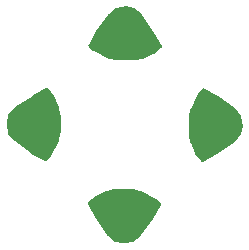
<source format=gbs>
G04 #@! TF.GenerationSoftware,KiCad,Pcbnew,5.1.2-1.fc30*
G04 #@! TF.CreationDate,2019-06-18T23:23:49+02:00*
G04 #@! TF.ProjectId,bricopixels,62726963-6f70-4697-9865-6c732e6b6963,1*
G04 #@! TF.SameCoordinates,Original*
G04 #@! TF.FileFunction,Soldermask,Bot*
G04 #@! TF.FilePolarity,Negative*
%FSLAX46Y46*%
G04 Gerber Fmt 4.6, Leading zero omitted, Abs format (unit mm)*
G04 Created by KiCad (PCBNEW 5.1.2-1.fc30) date 2019-06-18 23:23:49*
%MOMM*%
%LPD*%
G04 APERTURE LIST*
%ADD10C,0.100000*%
G04 APERTURE END LIST*
D10*
G36*
X72448979Y-38253104D02*
G01*
X72457547Y-38253952D01*
X72468695Y-38255614D01*
X73096596Y-38381195D01*
X73111279Y-38385163D01*
X73122231Y-38388921D01*
X73136248Y-38394800D01*
X74399790Y-39026571D01*
X74409561Y-39032071D01*
X74415152Y-39035590D01*
X74429850Y-39046585D01*
X74431677Y-39048197D01*
X74436866Y-39053070D01*
X74814336Y-39430540D01*
X74821859Y-39438841D01*
X74825345Y-39443089D01*
X74828774Y-39448221D01*
X74834356Y-39456574D01*
X74834359Y-39456579D01*
X74837787Y-39461710D01*
X74838925Y-39463838D01*
X74847492Y-39484522D01*
X74848195Y-39486836D01*
X74852564Y-39508803D01*
X74852801Y-39511205D01*
X74852801Y-39533595D01*
X74852564Y-39535997D01*
X74848195Y-39557964D01*
X74847119Y-39561510D01*
X74840676Y-39578011D01*
X74839818Y-39579788D01*
X74836828Y-39585553D01*
X74203615Y-40725338D01*
X74200046Y-40731325D01*
X74197190Y-40735799D01*
X74193264Y-40741559D01*
X73180845Y-42133635D01*
X73171074Y-42145340D01*
X73163037Y-42153754D01*
X73151776Y-42164068D01*
X72522433Y-42667543D01*
X72513360Y-42674098D01*
X72508734Y-42677106D01*
X72488874Y-42687405D01*
X72485460Y-42688770D01*
X72468399Y-42694084D01*
X72466428Y-42694532D01*
X72459827Y-42695831D01*
X71702689Y-42822021D01*
X71691528Y-42823322D01*
X71685580Y-42823720D01*
X71664917Y-42823232D01*
X71660786Y-42822758D01*
X71651371Y-42821279D01*
X71021933Y-42695391D01*
X71011048Y-42692652D01*
X71007060Y-42691438D01*
X71002408Y-42689389D01*
X71000097Y-42688685D01*
X70988931Y-42683766D01*
X70986853Y-42682537D01*
X70982198Y-42680486D01*
X70974318Y-42675824D01*
X70961133Y-42666716D01*
X70331950Y-42163369D01*
X70323550Y-42155945D01*
X70318662Y-42151177D01*
X70307064Y-42137977D01*
X70305989Y-42136546D01*
X70302273Y-42131296D01*
X69287964Y-40609834D01*
X69285463Y-40605912D01*
X69283615Y-40602882D01*
X69281309Y-40598921D01*
X68648395Y-39459676D01*
X68643449Y-39449642D01*
X68641255Y-39444579D01*
X68634411Y-39423269D01*
X68633901Y-39420908D01*
X68631346Y-39398663D01*
X68631306Y-39396232D01*
X68633138Y-39373936D01*
X68633573Y-39371545D01*
X68639721Y-39350026D01*
X68640614Y-39347768D01*
X68650843Y-39327859D01*
X68651913Y-39326201D01*
X68655521Y-39321723D01*
X68655993Y-39320991D01*
X68662756Y-39312597D01*
X68663371Y-39311980D01*
X68666977Y-39307504D01*
X68671742Y-39302722D01*
X68681295Y-39294155D01*
X69310265Y-38790979D01*
X69322916Y-38782188D01*
X69332982Y-38776156D01*
X69346711Y-38769141D01*
X70228852Y-38391081D01*
X70239966Y-38386986D01*
X70248607Y-38384302D01*
X70260106Y-38381374D01*
X70888905Y-38255614D01*
X70900053Y-38253952D01*
X70908621Y-38253104D01*
X70919884Y-38252548D01*
X72437716Y-38252548D01*
X72448979Y-38253104D01*
X72448979Y-38253104D01*
G37*
G36*
X78499597Y-29693836D02*
G01*
X78521564Y-29698205D01*
X78525110Y-29699281D01*
X78541611Y-29705724D01*
X78543388Y-29706582D01*
X78549153Y-29709572D01*
X79688938Y-30342785D01*
X79694925Y-30346354D01*
X79699399Y-30349210D01*
X79705159Y-30353136D01*
X81097235Y-31365555D01*
X81108940Y-31375326D01*
X81117354Y-31383363D01*
X81127668Y-31394624D01*
X81631143Y-32023967D01*
X81637698Y-32033040D01*
X81640706Y-32037666D01*
X81651005Y-32057526D01*
X81652370Y-32060940D01*
X81657684Y-32078001D01*
X81658132Y-32079972D01*
X81659431Y-32086573D01*
X81785621Y-32843711D01*
X81786922Y-32854872D01*
X81787320Y-32860820D01*
X81786832Y-32881483D01*
X81786358Y-32885614D01*
X81784879Y-32895029D01*
X81658991Y-33524467D01*
X81656252Y-33535352D01*
X81655038Y-33539340D01*
X81652989Y-33543992D01*
X81652285Y-33546303D01*
X81647366Y-33557469D01*
X81646137Y-33559547D01*
X81644086Y-33564202D01*
X81639424Y-33572082D01*
X81630316Y-33585267D01*
X81126969Y-34214450D01*
X81119545Y-34222850D01*
X81114777Y-34227738D01*
X81101577Y-34239336D01*
X81100146Y-34240411D01*
X81094896Y-34244127D01*
X79573434Y-35258436D01*
X79569512Y-35260937D01*
X79566482Y-35262785D01*
X79562521Y-35265091D01*
X78423276Y-35898005D01*
X78413242Y-35902951D01*
X78408179Y-35905145D01*
X78386869Y-35911989D01*
X78384508Y-35912499D01*
X78362263Y-35915054D01*
X78359832Y-35915094D01*
X78337536Y-35913262D01*
X78335145Y-35912827D01*
X78313626Y-35906679D01*
X78311368Y-35905786D01*
X78291459Y-35895557D01*
X78289801Y-35894487D01*
X78285323Y-35890879D01*
X78284591Y-35890407D01*
X78276197Y-35883644D01*
X78275580Y-35883029D01*
X78271104Y-35879423D01*
X78266322Y-35874658D01*
X78257755Y-35865105D01*
X77754579Y-35236135D01*
X77745788Y-35223484D01*
X77739756Y-35213418D01*
X77732741Y-35199689D01*
X77354681Y-34317548D01*
X77350586Y-34306434D01*
X77347902Y-34297793D01*
X77344974Y-34286294D01*
X77219214Y-33657495D01*
X77217552Y-33646347D01*
X77216704Y-33637779D01*
X77216148Y-33626516D01*
X77216148Y-32108684D01*
X77216704Y-32097421D01*
X77217552Y-32088853D01*
X77219214Y-32077705D01*
X77344795Y-31449804D01*
X77348763Y-31435121D01*
X77352521Y-31424169D01*
X77358400Y-31410152D01*
X77990171Y-30146610D01*
X77995671Y-30136839D01*
X77999190Y-30131248D01*
X78010185Y-30116550D01*
X78011797Y-30114723D01*
X78016670Y-30109534D01*
X78394140Y-29732064D01*
X78402441Y-29724541D01*
X78406689Y-29721055D01*
X78412364Y-29717263D01*
X78420174Y-29712044D01*
X78420179Y-29712041D01*
X78425310Y-29708613D01*
X78427438Y-29707475D01*
X78448122Y-29698908D01*
X78450436Y-29698205D01*
X78472403Y-29693836D01*
X78474805Y-29693599D01*
X78497195Y-29693599D01*
X78499597Y-29693836D01*
X78499597Y-29693836D01*
G37*
G36*
X65223264Y-29644138D02*
G01*
X65225655Y-29644573D01*
X65247174Y-29650721D01*
X65249432Y-29651614D01*
X65269341Y-29661843D01*
X65270999Y-29662913D01*
X65275477Y-29666521D01*
X65276209Y-29666993D01*
X65284603Y-29673756D01*
X65285220Y-29674371D01*
X65289696Y-29677977D01*
X65294478Y-29682742D01*
X65303045Y-29692295D01*
X65806221Y-30321265D01*
X65815012Y-30333916D01*
X65821044Y-30343982D01*
X65828059Y-30357711D01*
X66206119Y-31239852D01*
X66210214Y-31250966D01*
X66212898Y-31259607D01*
X66215826Y-31271106D01*
X66341586Y-31899905D01*
X66343248Y-31911053D01*
X66344096Y-31919621D01*
X66344652Y-31930884D01*
X66344652Y-33448716D01*
X66344096Y-33459979D01*
X66343248Y-33468547D01*
X66341586Y-33479695D01*
X66216005Y-34107596D01*
X66212037Y-34122279D01*
X66208279Y-34133231D01*
X66202400Y-34147248D01*
X65570629Y-35410790D01*
X65565129Y-35420561D01*
X65561610Y-35426152D01*
X65550615Y-35440850D01*
X65549003Y-35442677D01*
X65544130Y-35447866D01*
X65166660Y-35825336D01*
X65158359Y-35832859D01*
X65154111Y-35836345D01*
X65148979Y-35839774D01*
X65140626Y-35845356D01*
X65140621Y-35845359D01*
X65135490Y-35848787D01*
X65133362Y-35849925D01*
X65112678Y-35858492D01*
X65110364Y-35859195D01*
X65088397Y-35863564D01*
X65085995Y-35863801D01*
X65063605Y-35863801D01*
X65061203Y-35863564D01*
X65039236Y-35859195D01*
X65035690Y-35858119D01*
X65019189Y-35851676D01*
X65017412Y-35850818D01*
X65011647Y-35847828D01*
X63871862Y-35214615D01*
X63865875Y-35211046D01*
X63861401Y-35208190D01*
X63855641Y-35204264D01*
X62463565Y-34191845D01*
X62451860Y-34182074D01*
X62443446Y-34174037D01*
X62433132Y-34162776D01*
X61929657Y-33533433D01*
X61923102Y-33524360D01*
X61920094Y-33519734D01*
X61909795Y-33499874D01*
X61908430Y-33496460D01*
X61903116Y-33479399D01*
X61902668Y-33477428D01*
X61901369Y-33470827D01*
X61775179Y-32713689D01*
X61773878Y-32702528D01*
X61773480Y-32696580D01*
X61773968Y-32675917D01*
X61774442Y-32671786D01*
X61775921Y-32662371D01*
X61901809Y-32032933D01*
X61904548Y-32022048D01*
X61905762Y-32018060D01*
X61907811Y-32013408D01*
X61908515Y-32011097D01*
X61913434Y-31999931D01*
X61914663Y-31997853D01*
X61916714Y-31993198D01*
X61921376Y-31985318D01*
X61930484Y-31972133D01*
X62433831Y-31342950D01*
X62441255Y-31334550D01*
X62446023Y-31329662D01*
X62459223Y-31318064D01*
X62460654Y-31316989D01*
X62465908Y-31313270D01*
X63987366Y-30298964D01*
X63991288Y-30296463D01*
X63994318Y-30294615D01*
X63998279Y-30292309D01*
X65137524Y-29659395D01*
X65147558Y-29654449D01*
X65152621Y-29652255D01*
X65173931Y-29645411D01*
X65176292Y-29644901D01*
X65198537Y-29642346D01*
X65200968Y-29642306D01*
X65223264Y-29644138D01*
X65223264Y-29644138D01*
G37*
G36*
X71895883Y-22759568D02*
G01*
X71900014Y-22760042D01*
X71909429Y-22761521D01*
X72538867Y-22887409D01*
X72549752Y-22890148D01*
X72553740Y-22891362D01*
X72558392Y-22893411D01*
X72560703Y-22894115D01*
X72571869Y-22899034D01*
X72573947Y-22900263D01*
X72578602Y-22902314D01*
X72586482Y-22906976D01*
X72599667Y-22916084D01*
X73228850Y-23419431D01*
X73237250Y-23426855D01*
X73242138Y-23431623D01*
X73253736Y-23444823D01*
X73254811Y-23446254D01*
X73258527Y-23451504D01*
X74272836Y-24972966D01*
X74275337Y-24976888D01*
X74277185Y-24979918D01*
X74279491Y-24983879D01*
X74912405Y-26123124D01*
X74917351Y-26133158D01*
X74919545Y-26138221D01*
X74926389Y-26159531D01*
X74926899Y-26161892D01*
X74929454Y-26184137D01*
X74929494Y-26186568D01*
X74927662Y-26208864D01*
X74927227Y-26211255D01*
X74921079Y-26232774D01*
X74920186Y-26235032D01*
X74909957Y-26254941D01*
X74908887Y-26256599D01*
X74905279Y-26261077D01*
X74904807Y-26261809D01*
X74898044Y-26270203D01*
X74897429Y-26270820D01*
X74893823Y-26275296D01*
X74889058Y-26280078D01*
X74879505Y-26288645D01*
X74250535Y-26791821D01*
X74237884Y-26800612D01*
X74227818Y-26806644D01*
X74214089Y-26813659D01*
X73331948Y-27191719D01*
X73320834Y-27195814D01*
X73312193Y-27198498D01*
X73300694Y-27201426D01*
X72671895Y-27327186D01*
X72660747Y-27328848D01*
X72652179Y-27329696D01*
X72640916Y-27330252D01*
X71123084Y-27330252D01*
X71111821Y-27329696D01*
X71103253Y-27328848D01*
X71092105Y-27327186D01*
X70464204Y-27201605D01*
X70449521Y-27197637D01*
X70438569Y-27193879D01*
X70424552Y-27188000D01*
X69161010Y-26556229D01*
X69151239Y-26550729D01*
X69145648Y-26547210D01*
X69130950Y-26536215D01*
X69129123Y-26534603D01*
X69123934Y-26529730D01*
X68746464Y-26152260D01*
X68738941Y-26143959D01*
X68735455Y-26139711D01*
X68729367Y-26130600D01*
X68726444Y-26126226D01*
X68726441Y-26126221D01*
X68723013Y-26121090D01*
X68721875Y-26118962D01*
X68713308Y-26098278D01*
X68712605Y-26095964D01*
X68708236Y-26073997D01*
X68707999Y-26071595D01*
X68707999Y-26049205D01*
X68708236Y-26046803D01*
X68712605Y-26024836D01*
X68713681Y-26021290D01*
X68720124Y-26004789D01*
X68720982Y-26003012D01*
X68723972Y-25997247D01*
X69357185Y-24857462D01*
X69360754Y-24851475D01*
X69363610Y-24847001D01*
X69367536Y-24841241D01*
X70379955Y-23449165D01*
X70389726Y-23437460D01*
X70397763Y-23429046D01*
X70409024Y-23418732D01*
X71038367Y-22915257D01*
X71047440Y-22908702D01*
X71052066Y-22905694D01*
X71071926Y-22895395D01*
X71075340Y-22894030D01*
X71092401Y-22888716D01*
X71094372Y-22888268D01*
X71100973Y-22886969D01*
X71858111Y-22760779D01*
X71869272Y-22759478D01*
X71875220Y-22759080D01*
X71895883Y-22759568D01*
X71895883Y-22759568D01*
G37*
M02*

</source>
